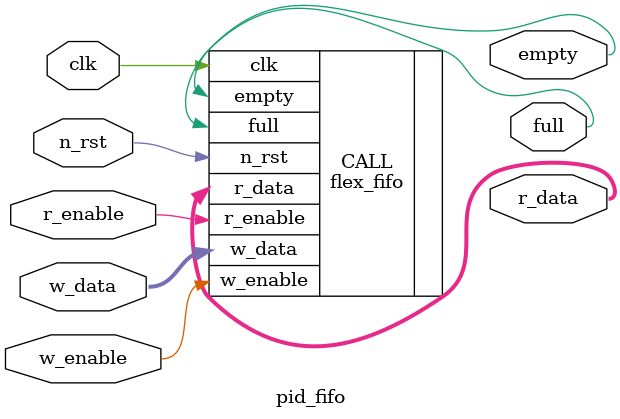
<source format=sv>

module pid_fifo (
		  input wire 	   clk,
		  input wire 	   n_rst,
		  input wire 	   r_enable,
		  input wire 	   w_enable,
		  input wire [7:0] w_data,
		  output wire [7:0] r_data,
		  output wire 	   empty,
		  output wire 	   full
		  );

   flex_fifo #(4,79,8) CALL(
		       .clk(clk),
		       .n_rst(n_rst),
		       .r_enable(r_enable),
		       .w_enable(w_enable),
		       .w_data(w_data),
		       .r_data(r_data),
		       .empty(empty),
		       .full(full)
		       );
endmodule // data_fifo

</source>
